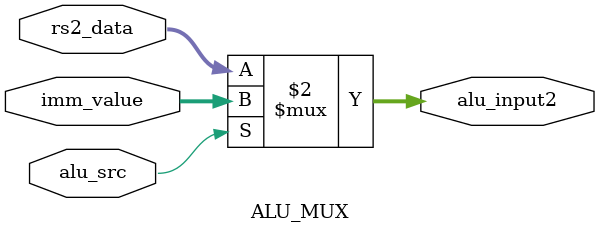
<source format=sv>
module ALU_MUX (
    input  logic [31:0] rs2_data,      
    input  logic [31:0] imm_value,     
    input  logic        alu_src,       
    output logic [31:0] alu_input2     
);

    assign alu_input2 = (alu_src == 1'b0) ? rs2_data : imm_value;

endmodule

</source>
